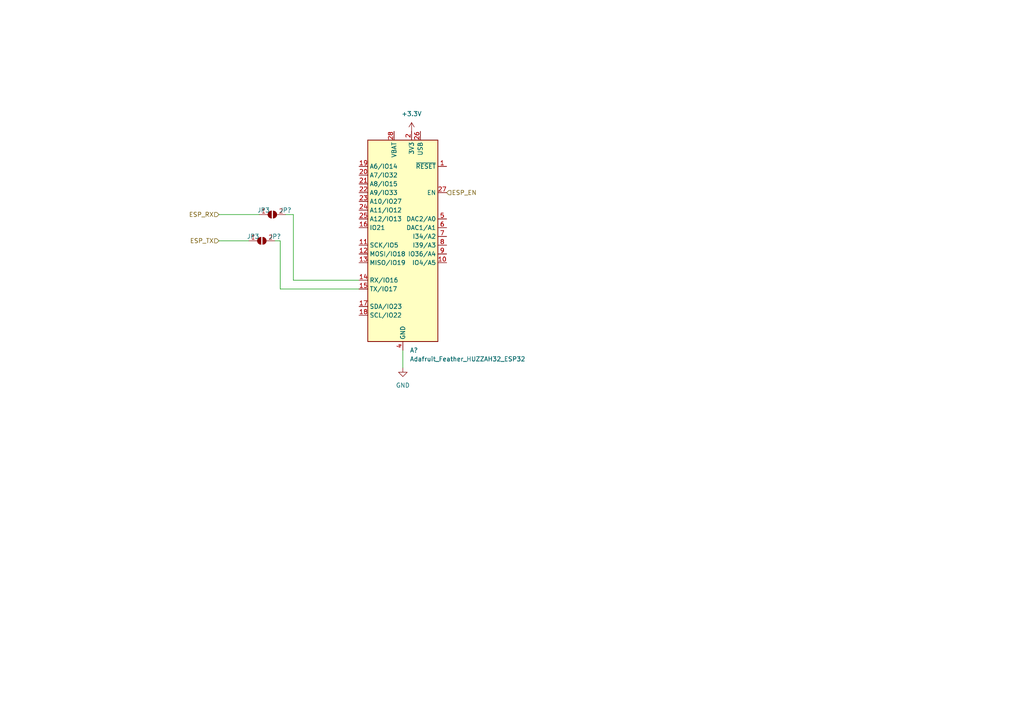
<source format=kicad_sch>
(kicad_sch (version 20211123) (generator eeschema)
  (paper "A4")
  (lib_symbols
    (symbol "Jumper:SolderJumper_2_Open" (pin_names (offset 0) hide)
      (property "Reference" "JP" (at 0 2.032 0))
      (property "Value" "SolderJumper_2_Open" (at 0 -2.54 0))
      (symbol "SolderJumper_2_Open_0_1"
        (arc (start -0.254 1.016) (mid -1.27 0) (end -0.254 -1.016))
        (arc (start -0.254 1.016) (mid -1.27 0) (end -0.254 -1.016) (fill (type outline)))
        (polyline (pts (xy -0.254 1.016) (xy -0.254 -1.016)))
        (polyline (pts (xy 0.254 1.016) (xy 0.254 -1.016)))
        (arc (start 0.254 -1.016) (mid 1.27 0) (end 0.254 1.016))
        (arc (start 0.254 -1.016) (mid 1.27 0) (end 0.254 1.016) (fill (type outline)))
      )
      (symbol "SolderJumper_2_Open_1_1"
        (pin passive line (at -3.81 0 0) (length 2.54) (name "A") (number "1"))
        (pin passive line (at 3.81 0 180) (length 2.54) (name "B") (number "2"))
      )
    )
    (symbol "MCU_Module:Adafruit_Feather_HUZZAH32_ESP32"
      (property "Reference" "A" (at -10.16 29.21 0))
      (property "Value" "Adafruit_Feather_HUZZAH32_ESP32" (at 2.54 -31.75 0))
      (symbol "Adafruit_Feather_HUZZAH32_ESP32_0_1"
        (rectangle (start -10.16 27.94) (end 10.16 -30.48) (stroke (width 0.254)) (fill (type background)))
      )
      (symbol "Adafruit_Feather_HUZZAH32_ESP32_1_1"
        (pin input line (at 12.7 20.32 180) (length 2.54) (name "~{RESET}") (number "1"))
        (pin bidirectional line (at 12.7 -7.62 180) (length 2.54) (name "IO4/A5") (number "10"))
        (pin bidirectional line (at -12.7 -2.54 0) (length 2.54) (name "SCK/IO5") (number "11"))
        (pin bidirectional line (at -12.7 -5.08 0) (length 2.54) (name "MOSI/IO18") (number "12"))
        (pin bidirectional line (at -12.7 -7.62 0) (length 2.54) (name "MISO/IO19") (number "13"))
        (pin bidirectional line (at -12.7 -12.7 0) (length 2.54) (name "RX/IO16") (number "14"))
        (pin bidirectional line (at -12.7 -15.24 0) (length 2.54) (name "TX/IO17") (number "15"))
        (pin bidirectional line (at -12.7 2.54 0) (length 2.54) (name "IO21") (number "16"))
        (pin bidirectional line (at -12.7 -20.32 0) (length 2.54) (name "SDA/IO23") (number "17"))
        (pin bidirectional line (at -12.7 -22.86 0) (length 2.54) (name "SCL/IO22") (number "18"))
        (pin bidirectional line (at -12.7 20.32 0) (length 2.54) (name "A6/IO14") (number "19"))
        (pin power_in line (at 2.54 30.48 270) (length 2.54) (name "3V3") (number "2"))
        (pin bidirectional line (at -12.7 17.78 0) (length 2.54) (name "A7/IO32") (number "20"))
        (pin bidirectional line (at -12.7 15.24 0) (length 2.54) (name "A8/IO15") (number "21"))
        (pin bidirectional line (at -12.7 12.7 0) (length 2.54) (name "A9/IO33") (number "22"))
        (pin bidirectional line (at -12.7 10.16 0) (length 2.54) (name "A10/IO27") (number "23"))
        (pin bidirectional line (at -12.7 7.62 0) (length 2.54) (name "A11/IO12") (number "24"))
        (pin bidirectional line (at -12.7 5.08 0) (length 2.54) (name "A12/IO13") (number "25"))
        (pin power_in line (at 5.08 30.48 270) (length 2.54) (name "USB") (number "26"))
        (pin input line (at 12.7 12.7 180) (length 2.54) (name "EN") (number "27"))
        (pin power_in line (at -2.54 30.48 270) (length 2.54) (name "VBAT") (number "28"))
        (pin no_connect line (at 10.16 10.16 180) (length 2.54) hide (name "NC") (number "3"))
        (pin power_in line (at 0 -33.02 90) (length 2.54) (name "GND") (number "4"))
        (pin bidirectional line (at 12.7 5.08 180) (length 2.54) (name "DAC2/A0") (number "5"))
        (pin bidirectional line (at 12.7 2.54 180) (length 2.54) (name "DAC1/A1") (number "6"))
        (pin bidirectional line (at 12.7 0 180) (length 2.54) (name "I34/A2") (number "7"))
        (pin bidirectional line (at 12.7 -2.54 180) (length 2.54) (name "I39/A3") (number "8"))
        (pin bidirectional line (at 12.7 -5.08 180) (length 2.54) (name "IO36/A4") (number "9"))
      )
    )
    (symbol "power:+3.3V" (power) (pin_names (offset 0))
      (property "Value" "+3.3V" (at 0 3.556 0))
      (symbol "+3.3V_0_1"
        (polyline (pts (xy -0.762 1.27) (xy 0 2.54)))
        (polyline (pts (xy 0 0) (xy 0 2.54)))
        (polyline (pts (xy 0 2.54) (xy 0.762 1.27)))
      )
      (symbol "+3.3V_1_1"
        (pin power_in line (at 0 0 90) (length 0) hide (name "+3.3V") (number "1"))
      )
    )
    (symbol "power:GND" (power) (pin_names (offset 0))
      (property "Value" "GND" (at 0 -3.81 0))
      (symbol "GND_0_1"
        (polyline (pts (xy 0 0) (xy 0 -1.27) (xy 1.27 -1.27) (xy 0 -2.54) (xy -1.27 -1.27) (xy 0 -1.27)))
      )
      (symbol "GND_1_1"
        (pin power_in line (at 0 0 270) (length 0) hide (name "GND") (number "1"))
      )
    )
  )
  (wire (pts (xy 104.14 81.28) (xy 85.09 81.28)))
  (wire (pts (xy 72.136 69.85) (xy 63.5 69.85)))
  (wire (pts (xy 85.09 81.28) (xy 85.09 62.23)))
  (wire (pts (xy 75.184 62.23) (xy 63.5 62.23)))
  (wire (pts (xy 81.28 83.82) (xy 81.28 69.85)))
  (wire (pts (xy 116.84 101.6) (xy 116.84 106.68)))
  (wire (pts (xy 81.28 69.85) (xy 79.756 69.85)))
  (wire (pts (xy 85.09 62.23) (xy 82.804 62.23)))
  (wire (pts (xy 104.14 83.82) (xy 81.28 83.82)))
  (hierarchical_label "ESP_EN" (shape input) (at 129.54 55.88 0))
  (hierarchical_label "ESP_TX" (shape input) (at 63.5 69.85 180))
  (hierarchical_label "ESP_RX" (shape input) (at 63.5 62.23 180))
  (symbol (lib_id "MCU_Module:Adafruit_Feather_HUZZAH32_ESP32") (at 116.84 68.58 0) (unit 1)
    (property "Reference" "A?" (at 118.8594 101.6 0) (effects (justify left)))
    (property "Value" "Adafruit_Feather_HUZZAH32_ESP32" (at 118.8594 104.14 0) (effects (justify left)))
    (property "Footprint" "Module:Adafruit_Feather" (effects hide))
    (property "Datasheet" "https://cdn-learn.adafruit.com/downloads/pdf/adafruit-huzzah32-esp32-feather.pdf" (effects hide))
  )
  (symbol (lib_id "power:GND") (at 116.84 106.68 0) (unit 1)
    (property "Reference" "#PWR?" (effects hide))
    (property "Value" "GND" (at 116.84 111.76 0))
  )
  (symbol (lib_id "power:+3.3V") (at 119.38 38.1 0) (unit 1)
    (property "Reference" "#PWR?" (effects hide))
    (property "Value" "+3.3V" (at 119.38 33.02 0))
  )
  (symbol (lib_id "Jumper:SolderJumper_2_Open") (at 75.946 69.85 0) (unit 1)
    (property "Reference" "JP?" (at 79.756 68.58 0))
    (property "Value" "JP3" (at 73.406 68.58 0))
  )
  (symbol (lib_id "Jumper:SolderJumper_2_Open") (at 78.994 62.23 0) (unit 1)
    (property "Reference" "JP?" (at 82.804 60.96 0))
    (property "Value" "JP3" (at 76.454 60.96 0))
  )
)
</source>
